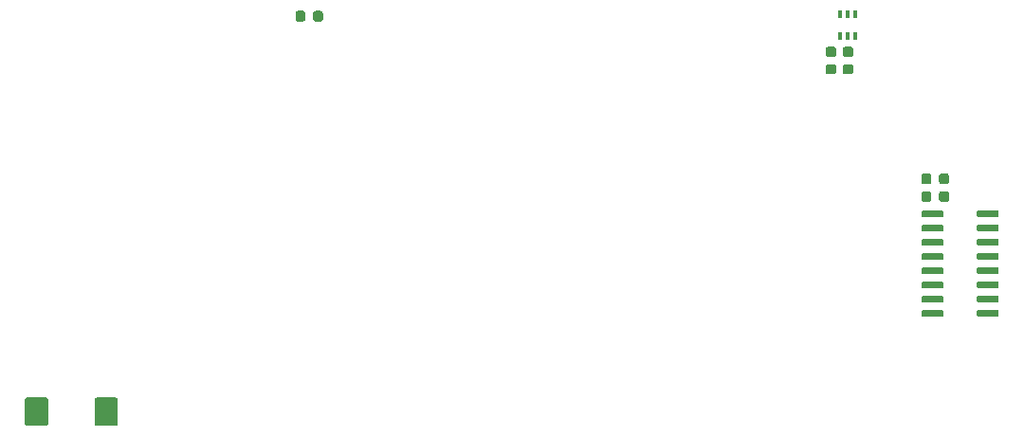
<source format=gbr>
%TF.GenerationSoftware,KiCad,Pcbnew,(5.1.2)-1*%
%TF.CreationDate,2020-09-11T17:40:03+02:00*%
%TF.ProjectId,ArduinoShield_SPIlinedriver_Sync_2V0,41726475-696e-46f5-9368-69656c645f53,3.1*%
%TF.SameCoordinates,Original*%
%TF.FileFunction,Paste,Bot*%
%TF.FilePolarity,Positive*%
%FSLAX46Y46*%
G04 Gerber Fmt 4.6, Leading zero omitted, Abs format (unit mm)*
G04 Created by KiCad (PCBNEW (5.1.2)-1) date 2020-09-11 17:40:03*
%MOMM*%
%LPD*%
G04 APERTURE LIST*
%ADD10C,0.100000*%
%ADD11C,0.600000*%
%ADD12C,0.875000*%
%ADD13R,0.400000X0.650000*%
%ADD14C,2.075000*%
G04 APERTURE END LIST*
D10*
G36*
X189118703Y-91013722D02*
G01*
X189133264Y-91015882D01*
X189147543Y-91019459D01*
X189161403Y-91024418D01*
X189174710Y-91030712D01*
X189187336Y-91038280D01*
X189199159Y-91047048D01*
X189210066Y-91056934D01*
X189219952Y-91067841D01*
X189228720Y-91079664D01*
X189236288Y-91092290D01*
X189242582Y-91105597D01*
X189247541Y-91119457D01*
X189251118Y-91133736D01*
X189253278Y-91148297D01*
X189254000Y-91163000D01*
X189254000Y-91463000D01*
X189253278Y-91477703D01*
X189251118Y-91492264D01*
X189247541Y-91506543D01*
X189242582Y-91520403D01*
X189236288Y-91533710D01*
X189228720Y-91546336D01*
X189219952Y-91558159D01*
X189210066Y-91569066D01*
X189199159Y-91578952D01*
X189187336Y-91587720D01*
X189174710Y-91595288D01*
X189161403Y-91601582D01*
X189147543Y-91606541D01*
X189133264Y-91610118D01*
X189118703Y-91612278D01*
X189104000Y-91613000D01*
X187454000Y-91613000D01*
X187439297Y-91612278D01*
X187424736Y-91610118D01*
X187410457Y-91606541D01*
X187396597Y-91601582D01*
X187383290Y-91595288D01*
X187370664Y-91587720D01*
X187358841Y-91578952D01*
X187347934Y-91569066D01*
X187338048Y-91558159D01*
X187329280Y-91546336D01*
X187321712Y-91533710D01*
X187315418Y-91520403D01*
X187310459Y-91506543D01*
X187306882Y-91492264D01*
X187304722Y-91477703D01*
X187304000Y-91463000D01*
X187304000Y-91163000D01*
X187304722Y-91148297D01*
X187306882Y-91133736D01*
X187310459Y-91119457D01*
X187315418Y-91105597D01*
X187321712Y-91092290D01*
X187329280Y-91079664D01*
X187338048Y-91067841D01*
X187347934Y-91056934D01*
X187358841Y-91047048D01*
X187370664Y-91038280D01*
X187383290Y-91030712D01*
X187396597Y-91024418D01*
X187410457Y-91019459D01*
X187424736Y-91015882D01*
X187439297Y-91013722D01*
X187454000Y-91013000D01*
X189104000Y-91013000D01*
X189118703Y-91013722D01*
X189118703Y-91013722D01*
G37*
D11*
X188279000Y-91313000D03*
D10*
G36*
X189118703Y-92283722D02*
G01*
X189133264Y-92285882D01*
X189147543Y-92289459D01*
X189161403Y-92294418D01*
X189174710Y-92300712D01*
X189187336Y-92308280D01*
X189199159Y-92317048D01*
X189210066Y-92326934D01*
X189219952Y-92337841D01*
X189228720Y-92349664D01*
X189236288Y-92362290D01*
X189242582Y-92375597D01*
X189247541Y-92389457D01*
X189251118Y-92403736D01*
X189253278Y-92418297D01*
X189254000Y-92433000D01*
X189254000Y-92733000D01*
X189253278Y-92747703D01*
X189251118Y-92762264D01*
X189247541Y-92776543D01*
X189242582Y-92790403D01*
X189236288Y-92803710D01*
X189228720Y-92816336D01*
X189219952Y-92828159D01*
X189210066Y-92839066D01*
X189199159Y-92848952D01*
X189187336Y-92857720D01*
X189174710Y-92865288D01*
X189161403Y-92871582D01*
X189147543Y-92876541D01*
X189133264Y-92880118D01*
X189118703Y-92882278D01*
X189104000Y-92883000D01*
X187454000Y-92883000D01*
X187439297Y-92882278D01*
X187424736Y-92880118D01*
X187410457Y-92876541D01*
X187396597Y-92871582D01*
X187383290Y-92865288D01*
X187370664Y-92857720D01*
X187358841Y-92848952D01*
X187347934Y-92839066D01*
X187338048Y-92828159D01*
X187329280Y-92816336D01*
X187321712Y-92803710D01*
X187315418Y-92790403D01*
X187310459Y-92776543D01*
X187306882Y-92762264D01*
X187304722Y-92747703D01*
X187304000Y-92733000D01*
X187304000Y-92433000D01*
X187304722Y-92418297D01*
X187306882Y-92403736D01*
X187310459Y-92389457D01*
X187315418Y-92375597D01*
X187321712Y-92362290D01*
X187329280Y-92349664D01*
X187338048Y-92337841D01*
X187347934Y-92326934D01*
X187358841Y-92317048D01*
X187370664Y-92308280D01*
X187383290Y-92300712D01*
X187396597Y-92294418D01*
X187410457Y-92289459D01*
X187424736Y-92285882D01*
X187439297Y-92283722D01*
X187454000Y-92283000D01*
X189104000Y-92283000D01*
X189118703Y-92283722D01*
X189118703Y-92283722D01*
G37*
D11*
X188279000Y-92583000D03*
D10*
G36*
X189118703Y-93553722D02*
G01*
X189133264Y-93555882D01*
X189147543Y-93559459D01*
X189161403Y-93564418D01*
X189174710Y-93570712D01*
X189187336Y-93578280D01*
X189199159Y-93587048D01*
X189210066Y-93596934D01*
X189219952Y-93607841D01*
X189228720Y-93619664D01*
X189236288Y-93632290D01*
X189242582Y-93645597D01*
X189247541Y-93659457D01*
X189251118Y-93673736D01*
X189253278Y-93688297D01*
X189254000Y-93703000D01*
X189254000Y-94003000D01*
X189253278Y-94017703D01*
X189251118Y-94032264D01*
X189247541Y-94046543D01*
X189242582Y-94060403D01*
X189236288Y-94073710D01*
X189228720Y-94086336D01*
X189219952Y-94098159D01*
X189210066Y-94109066D01*
X189199159Y-94118952D01*
X189187336Y-94127720D01*
X189174710Y-94135288D01*
X189161403Y-94141582D01*
X189147543Y-94146541D01*
X189133264Y-94150118D01*
X189118703Y-94152278D01*
X189104000Y-94153000D01*
X187454000Y-94153000D01*
X187439297Y-94152278D01*
X187424736Y-94150118D01*
X187410457Y-94146541D01*
X187396597Y-94141582D01*
X187383290Y-94135288D01*
X187370664Y-94127720D01*
X187358841Y-94118952D01*
X187347934Y-94109066D01*
X187338048Y-94098159D01*
X187329280Y-94086336D01*
X187321712Y-94073710D01*
X187315418Y-94060403D01*
X187310459Y-94046543D01*
X187306882Y-94032264D01*
X187304722Y-94017703D01*
X187304000Y-94003000D01*
X187304000Y-93703000D01*
X187304722Y-93688297D01*
X187306882Y-93673736D01*
X187310459Y-93659457D01*
X187315418Y-93645597D01*
X187321712Y-93632290D01*
X187329280Y-93619664D01*
X187338048Y-93607841D01*
X187347934Y-93596934D01*
X187358841Y-93587048D01*
X187370664Y-93578280D01*
X187383290Y-93570712D01*
X187396597Y-93564418D01*
X187410457Y-93559459D01*
X187424736Y-93555882D01*
X187439297Y-93553722D01*
X187454000Y-93553000D01*
X189104000Y-93553000D01*
X189118703Y-93553722D01*
X189118703Y-93553722D01*
G37*
D11*
X188279000Y-93853000D03*
D10*
G36*
X189118703Y-94823722D02*
G01*
X189133264Y-94825882D01*
X189147543Y-94829459D01*
X189161403Y-94834418D01*
X189174710Y-94840712D01*
X189187336Y-94848280D01*
X189199159Y-94857048D01*
X189210066Y-94866934D01*
X189219952Y-94877841D01*
X189228720Y-94889664D01*
X189236288Y-94902290D01*
X189242582Y-94915597D01*
X189247541Y-94929457D01*
X189251118Y-94943736D01*
X189253278Y-94958297D01*
X189254000Y-94973000D01*
X189254000Y-95273000D01*
X189253278Y-95287703D01*
X189251118Y-95302264D01*
X189247541Y-95316543D01*
X189242582Y-95330403D01*
X189236288Y-95343710D01*
X189228720Y-95356336D01*
X189219952Y-95368159D01*
X189210066Y-95379066D01*
X189199159Y-95388952D01*
X189187336Y-95397720D01*
X189174710Y-95405288D01*
X189161403Y-95411582D01*
X189147543Y-95416541D01*
X189133264Y-95420118D01*
X189118703Y-95422278D01*
X189104000Y-95423000D01*
X187454000Y-95423000D01*
X187439297Y-95422278D01*
X187424736Y-95420118D01*
X187410457Y-95416541D01*
X187396597Y-95411582D01*
X187383290Y-95405288D01*
X187370664Y-95397720D01*
X187358841Y-95388952D01*
X187347934Y-95379066D01*
X187338048Y-95368159D01*
X187329280Y-95356336D01*
X187321712Y-95343710D01*
X187315418Y-95330403D01*
X187310459Y-95316543D01*
X187306882Y-95302264D01*
X187304722Y-95287703D01*
X187304000Y-95273000D01*
X187304000Y-94973000D01*
X187304722Y-94958297D01*
X187306882Y-94943736D01*
X187310459Y-94929457D01*
X187315418Y-94915597D01*
X187321712Y-94902290D01*
X187329280Y-94889664D01*
X187338048Y-94877841D01*
X187347934Y-94866934D01*
X187358841Y-94857048D01*
X187370664Y-94848280D01*
X187383290Y-94840712D01*
X187396597Y-94834418D01*
X187410457Y-94829459D01*
X187424736Y-94825882D01*
X187439297Y-94823722D01*
X187454000Y-94823000D01*
X189104000Y-94823000D01*
X189118703Y-94823722D01*
X189118703Y-94823722D01*
G37*
D11*
X188279000Y-95123000D03*
D10*
G36*
X189118703Y-96093722D02*
G01*
X189133264Y-96095882D01*
X189147543Y-96099459D01*
X189161403Y-96104418D01*
X189174710Y-96110712D01*
X189187336Y-96118280D01*
X189199159Y-96127048D01*
X189210066Y-96136934D01*
X189219952Y-96147841D01*
X189228720Y-96159664D01*
X189236288Y-96172290D01*
X189242582Y-96185597D01*
X189247541Y-96199457D01*
X189251118Y-96213736D01*
X189253278Y-96228297D01*
X189254000Y-96243000D01*
X189254000Y-96543000D01*
X189253278Y-96557703D01*
X189251118Y-96572264D01*
X189247541Y-96586543D01*
X189242582Y-96600403D01*
X189236288Y-96613710D01*
X189228720Y-96626336D01*
X189219952Y-96638159D01*
X189210066Y-96649066D01*
X189199159Y-96658952D01*
X189187336Y-96667720D01*
X189174710Y-96675288D01*
X189161403Y-96681582D01*
X189147543Y-96686541D01*
X189133264Y-96690118D01*
X189118703Y-96692278D01*
X189104000Y-96693000D01*
X187454000Y-96693000D01*
X187439297Y-96692278D01*
X187424736Y-96690118D01*
X187410457Y-96686541D01*
X187396597Y-96681582D01*
X187383290Y-96675288D01*
X187370664Y-96667720D01*
X187358841Y-96658952D01*
X187347934Y-96649066D01*
X187338048Y-96638159D01*
X187329280Y-96626336D01*
X187321712Y-96613710D01*
X187315418Y-96600403D01*
X187310459Y-96586543D01*
X187306882Y-96572264D01*
X187304722Y-96557703D01*
X187304000Y-96543000D01*
X187304000Y-96243000D01*
X187304722Y-96228297D01*
X187306882Y-96213736D01*
X187310459Y-96199457D01*
X187315418Y-96185597D01*
X187321712Y-96172290D01*
X187329280Y-96159664D01*
X187338048Y-96147841D01*
X187347934Y-96136934D01*
X187358841Y-96127048D01*
X187370664Y-96118280D01*
X187383290Y-96110712D01*
X187396597Y-96104418D01*
X187410457Y-96099459D01*
X187424736Y-96095882D01*
X187439297Y-96093722D01*
X187454000Y-96093000D01*
X189104000Y-96093000D01*
X189118703Y-96093722D01*
X189118703Y-96093722D01*
G37*
D11*
X188279000Y-96393000D03*
D10*
G36*
X189118703Y-97363722D02*
G01*
X189133264Y-97365882D01*
X189147543Y-97369459D01*
X189161403Y-97374418D01*
X189174710Y-97380712D01*
X189187336Y-97388280D01*
X189199159Y-97397048D01*
X189210066Y-97406934D01*
X189219952Y-97417841D01*
X189228720Y-97429664D01*
X189236288Y-97442290D01*
X189242582Y-97455597D01*
X189247541Y-97469457D01*
X189251118Y-97483736D01*
X189253278Y-97498297D01*
X189254000Y-97513000D01*
X189254000Y-97813000D01*
X189253278Y-97827703D01*
X189251118Y-97842264D01*
X189247541Y-97856543D01*
X189242582Y-97870403D01*
X189236288Y-97883710D01*
X189228720Y-97896336D01*
X189219952Y-97908159D01*
X189210066Y-97919066D01*
X189199159Y-97928952D01*
X189187336Y-97937720D01*
X189174710Y-97945288D01*
X189161403Y-97951582D01*
X189147543Y-97956541D01*
X189133264Y-97960118D01*
X189118703Y-97962278D01*
X189104000Y-97963000D01*
X187454000Y-97963000D01*
X187439297Y-97962278D01*
X187424736Y-97960118D01*
X187410457Y-97956541D01*
X187396597Y-97951582D01*
X187383290Y-97945288D01*
X187370664Y-97937720D01*
X187358841Y-97928952D01*
X187347934Y-97919066D01*
X187338048Y-97908159D01*
X187329280Y-97896336D01*
X187321712Y-97883710D01*
X187315418Y-97870403D01*
X187310459Y-97856543D01*
X187306882Y-97842264D01*
X187304722Y-97827703D01*
X187304000Y-97813000D01*
X187304000Y-97513000D01*
X187304722Y-97498297D01*
X187306882Y-97483736D01*
X187310459Y-97469457D01*
X187315418Y-97455597D01*
X187321712Y-97442290D01*
X187329280Y-97429664D01*
X187338048Y-97417841D01*
X187347934Y-97406934D01*
X187358841Y-97397048D01*
X187370664Y-97388280D01*
X187383290Y-97380712D01*
X187396597Y-97374418D01*
X187410457Y-97369459D01*
X187424736Y-97365882D01*
X187439297Y-97363722D01*
X187454000Y-97363000D01*
X189104000Y-97363000D01*
X189118703Y-97363722D01*
X189118703Y-97363722D01*
G37*
D11*
X188279000Y-97663000D03*
D10*
G36*
X189118703Y-98633722D02*
G01*
X189133264Y-98635882D01*
X189147543Y-98639459D01*
X189161403Y-98644418D01*
X189174710Y-98650712D01*
X189187336Y-98658280D01*
X189199159Y-98667048D01*
X189210066Y-98676934D01*
X189219952Y-98687841D01*
X189228720Y-98699664D01*
X189236288Y-98712290D01*
X189242582Y-98725597D01*
X189247541Y-98739457D01*
X189251118Y-98753736D01*
X189253278Y-98768297D01*
X189254000Y-98783000D01*
X189254000Y-99083000D01*
X189253278Y-99097703D01*
X189251118Y-99112264D01*
X189247541Y-99126543D01*
X189242582Y-99140403D01*
X189236288Y-99153710D01*
X189228720Y-99166336D01*
X189219952Y-99178159D01*
X189210066Y-99189066D01*
X189199159Y-99198952D01*
X189187336Y-99207720D01*
X189174710Y-99215288D01*
X189161403Y-99221582D01*
X189147543Y-99226541D01*
X189133264Y-99230118D01*
X189118703Y-99232278D01*
X189104000Y-99233000D01*
X187454000Y-99233000D01*
X187439297Y-99232278D01*
X187424736Y-99230118D01*
X187410457Y-99226541D01*
X187396597Y-99221582D01*
X187383290Y-99215288D01*
X187370664Y-99207720D01*
X187358841Y-99198952D01*
X187347934Y-99189066D01*
X187338048Y-99178159D01*
X187329280Y-99166336D01*
X187321712Y-99153710D01*
X187315418Y-99140403D01*
X187310459Y-99126543D01*
X187306882Y-99112264D01*
X187304722Y-99097703D01*
X187304000Y-99083000D01*
X187304000Y-98783000D01*
X187304722Y-98768297D01*
X187306882Y-98753736D01*
X187310459Y-98739457D01*
X187315418Y-98725597D01*
X187321712Y-98712290D01*
X187329280Y-98699664D01*
X187338048Y-98687841D01*
X187347934Y-98676934D01*
X187358841Y-98667048D01*
X187370664Y-98658280D01*
X187383290Y-98650712D01*
X187396597Y-98644418D01*
X187410457Y-98639459D01*
X187424736Y-98635882D01*
X187439297Y-98633722D01*
X187454000Y-98633000D01*
X189104000Y-98633000D01*
X189118703Y-98633722D01*
X189118703Y-98633722D01*
G37*
D11*
X188279000Y-98933000D03*
D10*
G36*
X189118703Y-99903722D02*
G01*
X189133264Y-99905882D01*
X189147543Y-99909459D01*
X189161403Y-99914418D01*
X189174710Y-99920712D01*
X189187336Y-99928280D01*
X189199159Y-99937048D01*
X189210066Y-99946934D01*
X189219952Y-99957841D01*
X189228720Y-99969664D01*
X189236288Y-99982290D01*
X189242582Y-99995597D01*
X189247541Y-100009457D01*
X189251118Y-100023736D01*
X189253278Y-100038297D01*
X189254000Y-100053000D01*
X189254000Y-100353000D01*
X189253278Y-100367703D01*
X189251118Y-100382264D01*
X189247541Y-100396543D01*
X189242582Y-100410403D01*
X189236288Y-100423710D01*
X189228720Y-100436336D01*
X189219952Y-100448159D01*
X189210066Y-100459066D01*
X189199159Y-100468952D01*
X189187336Y-100477720D01*
X189174710Y-100485288D01*
X189161403Y-100491582D01*
X189147543Y-100496541D01*
X189133264Y-100500118D01*
X189118703Y-100502278D01*
X189104000Y-100503000D01*
X187454000Y-100503000D01*
X187439297Y-100502278D01*
X187424736Y-100500118D01*
X187410457Y-100496541D01*
X187396597Y-100491582D01*
X187383290Y-100485288D01*
X187370664Y-100477720D01*
X187358841Y-100468952D01*
X187347934Y-100459066D01*
X187338048Y-100448159D01*
X187329280Y-100436336D01*
X187321712Y-100423710D01*
X187315418Y-100410403D01*
X187310459Y-100396543D01*
X187306882Y-100382264D01*
X187304722Y-100367703D01*
X187304000Y-100353000D01*
X187304000Y-100053000D01*
X187304722Y-100038297D01*
X187306882Y-100023736D01*
X187310459Y-100009457D01*
X187315418Y-99995597D01*
X187321712Y-99982290D01*
X187329280Y-99969664D01*
X187338048Y-99957841D01*
X187347934Y-99946934D01*
X187358841Y-99937048D01*
X187370664Y-99928280D01*
X187383290Y-99920712D01*
X187396597Y-99914418D01*
X187410457Y-99909459D01*
X187424736Y-99905882D01*
X187439297Y-99903722D01*
X187454000Y-99903000D01*
X189104000Y-99903000D01*
X189118703Y-99903722D01*
X189118703Y-99903722D01*
G37*
D11*
X188279000Y-100203000D03*
D10*
G36*
X194068703Y-99903722D02*
G01*
X194083264Y-99905882D01*
X194097543Y-99909459D01*
X194111403Y-99914418D01*
X194124710Y-99920712D01*
X194137336Y-99928280D01*
X194149159Y-99937048D01*
X194160066Y-99946934D01*
X194169952Y-99957841D01*
X194178720Y-99969664D01*
X194186288Y-99982290D01*
X194192582Y-99995597D01*
X194197541Y-100009457D01*
X194201118Y-100023736D01*
X194203278Y-100038297D01*
X194204000Y-100053000D01*
X194204000Y-100353000D01*
X194203278Y-100367703D01*
X194201118Y-100382264D01*
X194197541Y-100396543D01*
X194192582Y-100410403D01*
X194186288Y-100423710D01*
X194178720Y-100436336D01*
X194169952Y-100448159D01*
X194160066Y-100459066D01*
X194149159Y-100468952D01*
X194137336Y-100477720D01*
X194124710Y-100485288D01*
X194111403Y-100491582D01*
X194097543Y-100496541D01*
X194083264Y-100500118D01*
X194068703Y-100502278D01*
X194054000Y-100503000D01*
X192404000Y-100503000D01*
X192389297Y-100502278D01*
X192374736Y-100500118D01*
X192360457Y-100496541D01*
X192346597Y-100491582D01*
X192333290Y-100485288D01*
X192320664Y-100477720D01*
X192308841Y-100468952D01*
X192297934Y-100459066D01*
X192288048Y-100448159D01*
X192279280Y-100436336D01*
X192271712Y-100423710D01*
X192265418Y-100410403D01*
X192260459Y-100396543D01*
X192256882Y-100382264D01*
X192254722Y-100367703D01*
X192254000Y-100353000D01*
X192254000Y-100053000D01*
X192254722Y-100038297D01*
X192256882Y-100023736D01*
X192260459Y-100009457D01*
X192265418Y-99995597D01*
X192271712Y-99982290D01*
X192279280Y-99969664D01*
X192288048Y-99957841D01*
X192297934Y-99946934D01*
X192308841Y-99937048D01*
X192320664Y-99928280D01*
X192333290Y-99920712D01*
X192346597Y-99914418D01*
X192360457Y-99909459D01*
X192374736Y-99905882D01*
X192389297Y-99903722D01*
X192404000Y-99903000D01*
X194054000Y-99903000D01*
X194068703Y-99903722D01*
X194068703Y-99903722D01*
G37*
D11*
X193229000Y-100203000D03*
D10*
G36*
X194068703Y-98633722D02*
G01*
X194083264Y-98635882D01*
X194097543Y-98639459D01*
X194111403Y-98644418D01*
X194124710Y-98650712D01*
X194137336Y-98658280D01*
X194149159Y-98667048D01*
X194160066Y-98676934D01*
X194169952Y-98687841D01*
X194178720Y-98699664D01*
X194186288Y-98712290D01*
X194192582Y-98725597D01*
X194197541Y-98739457D01*
X194201118Y-98753736D01*
X194203278Y-98768297D01*
X194204000Y-98783000D01*
X194204000Y-99083000D01*
X194203278Y-99097703D01*
X194201118Y-99112264D01*
X194197541Y-99126543D01*
X194192582Y-99140403D01*
X194186288Y-99153710D01*
X194178720Y-99166336D01*
X194169952Y-99178159D01*
X194160066Y-99189066D01*
X194149159Y-99198952D01*
X194137336Y-99207720D01*
X194124710Y-99215288D01*
X194111403Y-99221582D01*
X194097543Y-99226541D01*
X194083264Y-99230118D01*
X194068703Y-99232278D01*
X194054000Y-99233000D01*
X192404000Y-99233000D01*
X192389297Y-99232278D01*
X192374736Y-99230118D01*
X192360457Y-99226541D01*
X192346597Y-99221582D01*
X192333290Y-99215288D01*
X192320664Y-99207720D01*
X192308841Y-99198952D01*
X192297934Y-99189066D01*
X192288048Y-99178159D01*
X192279280Y-99166336D01*
X192271712Y-99153710D01*
X192265418Y-99140403D01*
X192260459Y-99126543D01*
X192256882Y-99112264D01*
X192254722Y-99097703D01*
X192254000Y-99083000D01*
X192254000Y-98783000D01*
X192254722Y-98768297D01*
X192256882Y-98753736D01*
X192260459Y-98739457D01*
X192265418Y-98725597D01*
X192271712Y-98712290D01*
X192279280Y-98699664D01*
X192288048Y-98687841D01*
X192297934Y-98676934D01*
X192308841Y-98667048D01*
X192320664Y-98658280D01*
X192333290Y-98650712D01*
X192346597Y-98644418D01*
X192360457Y-98639459D01*
X192374736Y-98635882D01*
X192389297Y-98633722D01*
X192404000Y-98633000D01*
X194054000Y-98633000D01*
X194068703Y-98633722D01*
X194068703Y-98633722D01*
G37*
D11*
X193229000Y-98933000D03*
D10*
G36*
X194068703Y-97363722D02*
G01*
X194083264Y-97365882D01*
X194097543Y-97369459D01*
X194111403Y-97374418D01*
X194124710Y-97380712D01*
X194137336Y-97388280D01*
X194149159Y-97397048D01*
X194160066Y-97406934D01*
X194169952Y-97417841D01*
X194178720Y-97429664D01*
X194186288Y-97442290D01*
X194192582Y-97455597D01*
X194197541Y-97469457D01*
X194201118Y-97483736D01*
X194203278Y-97498297D01*
X194204000Y-97513000D01*
X194204000Y-97813000D01*
X194203278Y-97827703D01*
X194201118Y-97842264D01*
X194197541Y-97856543D01*
X194192582Y-97870403D01*
X194186288Y-97883710D01*
X194178720Y-97896336D01*
X194169952Y-97908159D01*
X194160066Y-97919066D01*
X194149159Y-97928952D01*
X194137336Y-97937720D01*
X194124710Y-97945288D01*
X194111403Y-97951582D01*
X194097543Y-97956541D01*
X194083264Y-97960118D01*
X194068703Y-97962278D01*
X194054000Y-97963000D01*
X192404000Y-97963000D01*
X192389297Y-97962278D01*
X192374736Y-97960118D01*
X192360457Y-97956541D01*
X192346597Y-97951582D01*
X192333290Y-97945288D01*
X192320664Y-97937720D01*
X192308841Y-97928952D01*
X192297934Y-97919066D01*
X192288048Y-97908159D01*
X192279280Y-97896336D01*
X192271712Y-97883710D01*
X192265418Y-97870403D01*
X192260459Y-97856543D01*
X192256882Y-97842264D01*
X192254722Y-97827703D01*
X192254000Y-97813000D01*
X192254000Y-97513000D01*
X192254722Y-97498297D01*
X192256882Y-97483736D01*
X192260459Y-97469457D01*
X192265418Y-97455597D01*
X192271712Y-97442290D01*
X192279280Y-97429664D01*
X192288048Y-97417841D01*
X192297934Y-97406934D01*
X192308841Y-97397048D01*
X192320664Y-97388280D01*
X192333290Y-97380712D01*
X192346597Y-97374418D01*
X192360457Y-97369459D01*
X192374736Y-97365882D01*
X192389297Y-97363722D01*
X192404000Y-97363000D01*
X194054000Y-97363000D01*
X194068703Y-97363722D01*
X194068703Y-97363722D01*
G37*
D11*
X193229000Y-97663000D03*
D10*
G36*
X194068703Y-96093722D02*
G01*
X194083264Y-96095882D01*
X194097543Y-96099459D01*
X194111403Y-96104418D01*
X194124710Y-96110712D01*
X194137336Y-96118280D01*
X194149159Y-96127048D01*
X194160066Y-96136934D01*
X194169952Y-96147841D01*
X194178720Y-96159664D01*
X194186288Y-96172290D01*
X194192582Y-96185597D01*
X194197541Y-96199457D01*
X194201118Y-96213736D01*
X194203278Y-96228297D01*
X194204000Y-96243000D01*
X194204000Y-96543000D01*
X194203278Y-96557703D01*
X194201118Y-96572264D01*
X194197541Y-96586543D01*
X194192582Y-96600403D01*
X194186288Y-96613710D01*
X194178720Y-96626336D01*
X194169952Y-96638159D01*
X194160066Y-96649066D01*
X194149159Y-96658952D01*
X194137336Y-96667720D01*
X194124710Y-96675288D01*
X194111403Y-96681582D01*
X194097543Y-96686541D01*
X194083264Y-96690118D01*
X194068703Y-96692278D01*
X194054000Y-96693000D01*
X192404000Y-96693000D01*
X192389297Y-96692278D01*
X192374736Y-96690118D01*
X192360457Y-96686541D01*
X192346597Y-96681582D01*
X192333290Y-96675288D01*
X192320664Y-96667720D01*
X192308841Y-96658952D01*
X192297934Y-96649066D01*
X192288048Y-96638159D01*
X192279280Y-96626336D01*
X192271712Y-96613710D01*
X192265418Y-96600403D01*
X192260459Y-96586543D01*
X192256882Y-96572264D01*
X192254722Y-96557703D01*
X192254000Y-96543000D01*
X192254000Y-96243000D01*
X192254722Y-96228297D01*
X192256882Y-96213736D01*
X192260459Y-96199457D01*
X192265418Y-96185597D01*
X192271712Y-96172290D01*
X192279280Y-96159664D01*
X192288048Y-96147841D01*
X192297934Y-96136934D01*
X192308841Y-96127048D01*
X192320664Y-96118280D01*
X192333290Y-96110712D01*
X192346597Y-96104418D01*
X192360457Y-96099459D01*
X192374736Y-96095882D01*
X192389297Y-96093722D01*
X192404000Y-96093000D01*
X194054000Y-96093000D01*
X194068703Y-96093722D01*
X194068703Y-96093722D01*
G37*
D11*
X193229000Y-96393000D03*
D10*
G36*
X194068703Y-94823722D02*
G01*
X194083264Y-94825882D01*
X194097543Y-94829459D01*
X194111403Y-94834418D01*
X194124710Y-94840712D01*
X194137336Y-94848280D01*
X194149159Y-94857048D01*
X194160066Y-94866934D01*
X194169952Y-94877841D01*
X194178720Y-94889664D01*
X194186288Y-94902290D01*
X194192582Y-94915597D01*
X194197541Y-94929457D01*
X194201118Y-94943736D01*
X194203278Y-94958297D01*
X194204000Y-94973000D01*
X194204000Y-95273000D01*
X194203278Y-95287703D01*
X194201118Y-95302264D01*
X194197541Y-95316543D01*
X194192582Y-95330403D01*
X194186288Y-95343710D01*
X194178720Y-95356336D01*
X194169952Y-95368159D01*
X194160066Y-95379066D01*
X194149159Y-95388952D01*
X194137336Y-95397720D01*
X194124710Y-95405288D01*
X194111403Y-95411582D01*
X194097543Y-95416541D01*
X194083264Y-95420118D01*
X194068703Y-95422278D01*
X194054000Y-95423000D01*
X192404000Y-95423000D01*
X192389297Y-95422278D01*
X192374736Y-95420118D01*
X192360457Y-95416541D01*
X192346597Y-95411582D01*
X192333290Y-95405288D01*
X192320664Y-95397720D01*
X192308841Y-95388952D01*
X192297934Y-95379066D01*
X192288048Y-95368159D01*
X192279280Y-95356336D01*
X192271712Y-95343710D01*
X192265418Y-95330403D01*
X192260459Y-95316543D01*
X192256882Y-95302264D01*
X192254722Y-95287703D01*
X192254000Y-95273000D01*
X192254000Y-94973000D01*
X192254722Y-94958297D01*
X192256882Y-94943736D01*
X192260459Y-94929457D01*
X192265418Y-94915597D01*
X192271712Y-94902290D01*
X192279280Y-94889664D01*
X192288048Y-94877841D01*
X192297934Y-94866934D01*
X192308841Y-94857048D01*
X192320664Y-94848280D01*
X192333290Y-94840712D01*
X192346597Y-94834418D01*
X192360457Y-94829459D01*
X192374736Y-94825882D01*
X192389297Y-94823722D01*
X192404000Y-94823000D01*
X194054000Y-94823000D01*
X194068703Y-94823722D01*
X194068703Y-94823722D01*
G37*
D11*
X193229000Y-95123000D03*
D10*
G36*
X194068703Y-93553722D02*
G01*
X194083264Y-93555882D01*
X194097543Y-93559459D01*
X194111403Y-93564418D01*
X194124710Y-93570712D01*
X194137336Y-93578280D01*
X194149159Y-93587048D01*
X194160066Y-93596934D01*
X194169952Y-93607841D01*
X194178720Y-93619664D01*
X194186288Y-93632290D01*
X194192582Y-93645597D01*
X194197541Y-93659457D01*
X194201118Y-93673736D01*
X194203278Y-93688297D01*
X194204000Y-93703000D01*
X194204000Y-94003000D01*
X194203278Y-94017703D01*
X194201118Y-94032264D01*
X194197541Y-94046543D01*
X194192582Y-94060403D01*
X194186288Y-94073710D01*
X194178720Y-94086336D01*
X194169952Y-94098159D01*
X194160066Y-94109066D01*
X194149159Y-94118952D01*
X194137336Y-94127720D01*
X194124710Y-94135288D01*
X194111403Y-94141582D01*
X194097543Y-94146541D01*
X194083264Y-94150118D01*
X194068703Y-94152278D01*
X194054000Y-94153000D01*
X192404000Y-94153000D01*
X192389297Y-94152278D01*
X192374736Y-94150118D01*
X192360457Y-94146541D01*
X192346597Y-94141582D01*
X192333290Y-94135288D01*
X192320664Y-94127720D01*
X192308841Y-94118952D01*
X192297934Y-94109066D01*
X192288048Y-94098159D01*
X192279280Y-94086336D01*
X192271712Y-94073710D01*
X192265418Y-94060403D01*
X192260459Y-94046543D01*
X192256882Y-94032264D01*
X192254722Y-94017703D01*
X192254000Y-94003000D01*
X192254000Y-93703000D01*
X192254722Y-93688297D01*
X192256882Y-93673736D01*
X192260459Y-93659457D01*
X192265418Y-93645597D01*
X192271712Y-93632290D01*
X192279280Y-93619664D01*
X192288048Y-93607841D01*
X192297934Y-93596934D01*
X192308841Y-93587048D01*
X192320664Y-93578280D01*
X192333290Y-93570712D01*
X192346597Y-93564418D01*
X192360457Y-93559459D01*
X192374736Y-93555882D01*
X192389297Y-93553722D01*
X192404000Y-93553000D01*
X194054000Y-93553000D01*
X194068703Y-93553722D01*
X194068703Y-93553722D01*
G37*
D11*
X193229000Y-93853000D03*
D10*
G36*
X194068703Y-92283722D02*
G01*
X194083264Y-92285882D01*
X194097543Y-92289459D01*
X194111403Y-92294418D01*
X194124710Y-92300712D01*
X194137336Y-92308280D01*
X194149159Y-92317048D01*
X194160066Y-92326934D01*
X194169952Y-92337841D01*
X194178720Y-92349664D01*
X194186288Y-92362290D01*
X194192582Y-92375597D01*
X194197541Y-92389457D01*
X194201118Y-92403736D01*
X194203278Y-92418297D01*
X194204000Y-92433000D01*
X194204000Y-92733000D01*
X194203278Y-92747703D01*
X194201118Y-92762264D01*
X194197541Y-92776543D01*
X194192582Y-92790403D01*
X194186288Y-92803710D01*
X194178720Y-92816336D01*
X194169952Y-92828159D01*
X194160066Y-92839066D01*
X194149159Y-92848952D01*
X194137336Y-92857720D01*
X194124710Y-92865288D01*
X194111403Y-92871582D01*
X194097543Y-92876541D01*
X194083264Y-92880118D01*
X194068703Y-92882278D01*
X194054000Y-92883000D01*
X192404000Y-92883000D01*
X192389297Y-92882278D01*
X192374736Y-92880118D01*
X192360457Y-92876541D01*
X192346597Y-92871582D01*
X192333290Y-92865288D01*
X192320664Y-92857720D01*
X192308841Y-92848952D01*
X192297934Y-92839066D01*
X192288048Y-92828159D01*
X192279280Y-92816336D01*
X192271712Y-92803710D01*
X192265418Y-92790403D01*
X192260459Y-92776543D01*
X192256882Y-92762264D01*
X192254722Y-92747703D01*
X192254000Y-92733000D01*
X192254000Y-92433000D01*
X192254722Y-92418297D01*
X192256882Y-92403736D01*
X192260459Y-92389457D01*
X192265418Y-92375597D01*
X192271712Y-92362290D01*
X192279280Y-92349664D01*
X192288048Y-92337841D01*
X192297934Y-92326934D01*
X192308841Y-92317048D01*
X192320664Y-92308280D01*
X192333290Y-92300712D01*
X192346597Y-92294418D01*
X192360457Y-92289459D01*
X192374736Y-92285882D01*
X192389297Y-92283722D01*
X192404000Y-92283000D01*
X194054000Y-92283000D01*
X194068703Y-92283722D01*
X194068703Y-92283722D01*
G37*
D11*
X193229000Y-92583000D03*
D10*
G36*
X194068703Y-91013722D02*
G01*
X194083264Y-91015882D01*
X194097543Y-91019459D01*
X194111403Y-91024418D01*
X194124710Y-91030712D01*
X194137336Y-91038280D01*
X194149159Y-91047048D01*
X194160066Y-91056934D01*
X194169952Y-91067841D01*
X194178720Y-91079664D01*
X194186288Y-91092290D01*
X194192582Y-91105597D01*
X194197541Y-91119457D01*
X194201118Y-91133736D01*
X194203278Y-91148297D01*
X194204000Y-91163000D01*
X194204000Y-91463000D01*
X194203278Y-91477703D01*
X194201118Y-91492264D01*
X194197541Y-91506543D01*
X194192582Y-91520403D01*
X194186288Y-91533710D01*
X194178720Y-91546336D01*
X194169952Y-91558159D01*
X194160066Y-91569066D01*
X194149159Y-91578952D01*
X194137336Y-91587720D01*
X194124710Y-91595288D01*
X194111403Y-91601582D01*
X194097543Y-91606541D01*
X194083264Y-91610118D01*
X194068703Y-91612278D01*
X194054000Y-91613000D01*
X192404000Y-91613000D01*
X192389297Y-91612278D01*
X192374736Y-91610118D01*
X192360457Y-91606541D01*
X192346597Y-91601582D01*
X192333290Y-91595288D01*
X192320664Y-91587720D01*
X192308841Y-91578952D01*
X192297934Y-91569066D01*
X192288048Y-91558159D01*
X192279280Y-91546336D01*
X192271712Y-91533710D01*
X192265418Y-91520403D01*
X192260459Y-91506543D01*
X192256882Y-91492264D01*
X192254722Y-91477703D01*
X192254000Y-91463000D01*
X192254000Y-91163000D01*
X192254722Y-91148297D01*
X192256882Y-91133736D01*
X192260459Y-91119457D01*
X192265418Y-91105597D01*
X192271712Y-91092290D01*
X192279280Y-91079664D01*
X192288048Y-91067841D01*
X192297934Y-91056934D01*
X192308841Y-91047048D01*
X192320664Y-91038280D01*
X192333290Y-91030712D01*
X192346597Y-91024418D01*
X192360457Y-91019459D01*
X192374736Y-91015882D01*
X192389297Y-91013722D01*
X192404000Y-91013000D01*
X194054000Y-91013000D01*
X194068703Y-91013722D01*
X194068703Y-91013722D01*
G37*
D11*
X193229000Y-91313000D03*
D10*
G36*
X181024091Y-76398453D02*
G01*
X181045326Y-76401603D01*
X181066150Y-76406819D01*
X181086362Y-76414051D01*
X181105768Y-76423230D01*
X181124181Y-76434266D01*
X181141424Y-76447054D01*
X181157330Y-76461470D01*
X181171746Y-76477376D01*
X181184534Y-76494619D01*
X181195570Y-76513032D01*
X181204749Y-76532438D01*
X181211981Y-76552650D01*
X181217197Y-76573474D01*
X181220347Y-76594709D01*
X181221400Y-76616150D01*
X181221400Y-77053650D01*
X181220347Y-77075091D01*
X181217197Y-77096326D01*
X181211981Y-77117150D01*
X181204749Y-77137362D01*
X181195570Y-77156768D01*
X181184534Y-77175181D01*
X181171746Y-77192424D01*
X181157330Y-77208330D01*
X181141424Y-77222746D01*
X181124181Y-77235534D01*
X181105768Y-77246570D01*
X181086362Y-77255749D01*
X181066150Y-77262981D01*
X181045326Y-77268197D01*
X181024091Y-77271347D01*
X181002650Y-77272400D01*
X180490150Y-77272400D01*
X180468709Y-77271347D01*
X180447474Y-77268197D01*
X180426650Y-77262981D01*
X180406438Y-77255749D01*
X180387032Y-77246570D01*
X180368619Y-77235534D01*
X180351376Y-77222746D01*
X180335470Y-77208330D01*
X180321054Y-77192424D01*
X180308266Y-77175181D01*
X180297230Y-77156768D01*
X180288051Y-77137362D01*
X180280819Y-77117150D01*
X180275603Y-77096326D01*
X180272453Y-77075091D01*
X180271400Y-77053650D01*
X180271400Y-76616150D01*
X180272453Y-76594709D01*
X180275603Y-76573474D01*
X180280819Y-76552650D01*
X180288051Y-76532438D01*
X180297230Y-76513032D01*
X180308266Y-76494619D01*
X180321054Y-76477376D01*
X180335470Y-76461470D01*
X180351376Y-76447054D01*
X180368619Y-76434266D01*
X180387032Y-76423230D01*
X180406438Y-76414051D01*
X180426650Y-76406819D01*
X180447474Y-76401603D01*
X180468709Y-76398453D01*
X180490150Y-76397400D01*
X181002650Y-76397400D01*
X181024091Y-76398453D01*
X181024091Y-76398453D01*
G37*
D12*
X180746400Y-76834900D03*
D10*
G36*
X181024091Y-77973453D02*
G01*
X181045326Y-77976603D01*
X181066150Y-77981819D01*
X181086362Y-77989051D01*
X181105768Y-77998230D01*
X181124181Y-78009266D01*
X181141424Y-78022054D01*
X181157330Y-78036470D01*
X181171746Y-78052376D01*
X181184534Y-78069619D01*
X181195570Y-78088032D01*
X181204749Y-78107438D01*
X181211981Y-78127650D01*
X181217197Y-78148474D01*
X181220347Y-78169709D01*
X181221400Y-78191150D01*
X181221400Y-78628650D01*
X181220347Y-78650091D01*
X181217197Y-78671326D01*
X181211981Y-78692150D01*
X181204749Y-78712362D01*
X181195570Y-78731768D01*
X181184534Y-78750181D01*
X181171746Y-78767424D01*
X181157330Y-78783330D01*
X181141424Y-78797746D01*
X181124181Y-78810534D01*
X181105768Y-78821570D01*
X181086362Y-78830749D01*
X181066150Y-78837981D01*
X181045326Y-78843197D01*
X181024091Y-78846347D01*
X181002650Y-78847400D01*
X180490150Y-78847400D01*
X180468709Y-78846347D01*
X180447474Y-78843197D01*
X180426650Y-78837981D01*
X180406438Y-78830749D01*
X180387032Y-78821570D01*
X180368619Y-78810534D01*
X180351376Y-78797746D01*
X180335470Y-78783330D01*
X180321054Y-78767424D01*
X180308266Y-78750181D01*
X180297230Y-78731768D01*
X180288051Y-78712362D01*
X180280819Y-78692150D01*
X180275603Y-78671326D01*
X180272453Y-78650091D01*
X180271400Y-78628650D01*
X180271400Y-78191150D01*
X180272453Y-78169709D01*
X180275603Y-78148474D01*
X180280819Y-78127650D01*
X180288051Y-78107438D01*
X180297230Y-78088032D01*
X180308266Y-78069619D01*
X180321054Y-78052376D01*
X180335470Y-78036470D01*
X180351376Y-78022054D01*
X180368619Y-78009266D01*
X180387032Y-77998230D01*
X180406438Y-77989051D01*
X180426650Y-77981819D01*
X180447474Y-77976603D01*
X180468709Y-77973453D01*
X180490150Y-77972400D01*
X181002650Y-77972400D01*
X181024091Y-77973453D01*
X181024091Y-77973453D01*
G37*
D12*
X180746400Y-78409900D03*
D10*
G36*
X187971491Y-87714853D02*
G01*
X187992726Y-87718003D01*
X188013550Y-87723219D01*
X188033762Y-87730451D01*
X188053168Y-87739630D01*
X188071581Y-87750666D01*
X188088824Y-87763454D01*
X188104730Y-87777870D01*
X188119146Y-87793776D01*
X188131934Y-87811019D01*
X188142970Y-87829432D01*
X188152149Y-87848838D01*
X188159381Y-87869050D01*
X188164597Y-87889874D01*
X188167747Y-87911109D01*
X188168800Y-87932550D01*
X188168800Y-88445050D01*
X188167747Y-88466491D01*
X188164597Y-88487726D01*
X188159381Y-88508550D01*
X188152149Y-88528762D01*
X188142970Y-88548168D01*
X188131934Y-88566581D01*
X188119146Y-88583824D01*
X188104730Y-88599730D01*
X188088824Y-88614146D01*
X188071581Y-88626934D01*
X188053168Y-88637970D01*
X188033762Y-88647149D01*
X188013550Y-88654381D01*
X187992726Y-88659597D01*
X187971491Y-88662747D01*
X187950050Y-88663800D01*
X187512550Y-88663800D01*
X187491109Y-88662747D01*
X187469874Y-88659597D01*
X187449050Y-88654381D01*
X187428838Y-88647149D01*
X187409432Y-88637970D01*
X187391019Y-88626934D01*
X187373776Y-88614146D01*
X187357870Y-88599730D01*
X187343454Y-88583824D01*
X187330666Y-88566581D01*
X187319630Y-88548168D01*
X187310451Y-88528762D01*
X187303219Y-88508550D01*
X187298003Y-88487726D01*
X187294853Y-88466491D01*
X187293800Y-88445050D01*
X187293800Y-87932550D01*
X187294853Y-87911109D01*
X187298003Y-87889874D01*
X187303219Y-87869050D01*
X187310451Y-87848838D01*
X187319630Y-87829432D01*
X187330666Y-87811019D01*
X187343454Y-87793776D01*
X187357870Y-87777870D01*
X187373776Y-87763454D01*
X187391019Y-87750666D01*
X187409432Y-87739630D01*
X187428838Y-87730451D01*
X187449050Y-87723219D01*
X187469874Y-87718003D01*
X187491109Y-87714853D01*
X187512550Y-87713800D01*
X187950050Y-87713800D01*
X187971491Y-87714853D01*
X187971491Y-87714853D01*
G37*
D12*
X187731300Y-88188800D03*
D10*
G36*
X189546491Y-87714853D02*
G01*
X189567726Y-87718003D01*
X189588550Y-87723219D01*
X189608762Y-87730451D01*
X189628168Y-87739630D01*
X189646581Y-87750666D01*
X189663824Y-87763454D01*
X189679730Y-87777870D01*
X189694146Y-87793776D01*
X189706934Y-87811019D01*
X189717970Y-87829432D01*
X189727149Y-87848838D01*
X189734381Y-87869050D01*
X189739597Y-87889874D01*
X189742747Y-87911109D01*
X189743800Y-87932550D01*
X189743800Y-88445050D01*
X189742747Y-88466491D01*
X189739597Y-88487726D01*
X189734381Y-88508550D01*
X189727149Y-88528762D01*
X189717970Y-88548168D01*
X189706934Y-88566581D01*
X189694146Y-88583824D01*
X189679730Y-88599730D01*
X189663824Y-88614146D01*
X189646581Y-88626934D01*
X189628168Y-88637970D01*
X189608762Y-88647149D01*
X189588550Y-88654381D01*
X189567726Y-88659597D01*
X189546491Y-88662747D01*
X189525050Y-88663800D01*
X189087550Y-88663800D01*
X189066109Y-88662747D01*
X189044874Y-88659597D01*
X189024050Y-88654381D01*
X189003838Y-88647149D01*
X188984432Y-88637970D01*
X188966019Y-88626934D01*
X188948776Y-88614146D01*
X188932870Y-88599730D01*
X188918454Y-88583824D01*
X188905666Y-88566581D01*
X188894630Y-88548168D01*
X188885451Y-88528762D01*
X188878219Y-88508550D01*
X188873003Y-88487726D01*
X188869853Y-88466491D01*
X188868800Y-88445050D01*
X188868800Y-87932550D01*
X188869853Y-87911109D01*
X188873003Y-87889874D01*
X188878219Y-87869050D01*
X188885451Y-87848838D01*
X188894630Y-87829432D01*
X188905666Y-87811019D01*
X188918454Y-87793776D01*
X188932870Y-87777870D01*
X188948776Y-87763454D01*
X188966019Y-87750666D01*
X188984432Y-87739630D01*
X189003838Y-87730451D01*
X189024050Y-87723219D01*
X189044874Y-87718003D01*
X189066109Y-87714853D01*
X189087550Y-87713800D01*
X189525050Y-87713800D01*
X189546491Y-87714853D01*
X189546491Y-87714853D01*
G37*
D12*
X189306300Y-88188800D03*
D10*
G36*
X179500091Y-76398453D02*
G01*
X179521326Y-76401603D01*
X179542150Y-76406819D01*
X179562362Y-76414051D01*
X179581768Y-76423230D01*
X179600181Y-76434266D01*
X179617424Y-76447054D01*
X179633330Y-76461470D01*
X179647746Y-76477376D01*
X179660534Y-76494619D01*
X179671570Y-76513032D01*
X179680749Y-76532438D01*
X179687981Y-76552650D01*
X179693197Y-76573474D01*
X179696347Y-76594709D01*
X179697400Y-76616150D01*
X179697400Y-77053650D01*
X179696347Y-77075091D01*
X179693197Y-77096326D01*
X179687981Y-77117150D01*
X179680749Y-77137362D01*
X179671570Y-77156768D01*
X179660534Y-77175181D01*
X179647746Y-77192424D01*
X179633330Y-77208330D01*
X179617424Y-77222746D01*
X179600181Y-77235534D01*
X179581768Y-77246570D01*
X179562362Y-77255749D01*
X179542150Y-77262981D01*
X179521326Y-77268197D01*
X179500091Y-77271347D01*
X179478650Y-77272400D01*
X178966150Y-77272400D01*
X178944709Y-77271347D01*
X178923474Y-77268197D01*
X178902650Y-77262981D01*
X178882438Y-77255749D01*
X178863032Y-77246570D01*
X178844619Y-77235534D01*
X178827376Y-77222746D01*
X178811470Y-77208330D01*
X178797054Y-77192424D01*
X178784266Y-77175181D01*
X178773230Y-77156768D01*
X178764051Y-77137362D01*
X178756819Y-77117150D01*
X178751603Y-77096326D01*
X178748453Y-77075091D01*
X178747400Y-77053650D01*
X178747400Y-76616150D01*
X178748453Y-76594709D01*
X178751603Y-76573474D01*
X178756819Y-76552650D01*
X178764051Y-76532438D01*
X178773230Y-76513032D01*
X178784266Y-76494619D01*
X178797054Y-76477376D01*
X178811470Y-76461470D01*
X178827376Y-76447054D01*
X178844619Y-76434266D01*
X178863032Y-76423230D01*
X178882438Y-76414051D01*
X178902650Y-76406819D01*
X178923474Y-76401603D01*
X178944709Y-76398453D01*
X178966150Y-76397400D01*
X179478650Y-76397400D01*
X179500091Y-76398453D01*
X179500091Y-76398453D01*
G37*
D12*
X179222400Y-76834900D03*
D10*
G36*
X179500091Y-77973453D02*
G01*
X179521326Y-77976603D01*
X179542150Y-77981819D01*
X179562362Y-77989051D01*
X179581768Y-77998230D01*
X179600181Y-78009266D01*
X179617424Y-78022054D01*
X179633330Y-78036470D01*
X179647746Y-78052376D01*
X179660534Y-78069619D01*
X179671570Y-78088032D01*
X179680749Y-78107438D01*
X179687981Y-78127650D01*
X179693197Y-78148474D01*
X179696347Y-78169709D01*
X179697400Y-78191150D01*
X179697400Y-78628650D01*
X179696347Y-78650091D01*
X179693197Y-78671326D01*
X179687981Y-78692150D01*
X179680749Y-78712362D01*
X179671570Y-78731768D01*
X179660534Y-78750181D01*
X179647746Y-78767424D01*
X179633330Y-78783330D01*
X179617424Y-78797746D01*
X179600181Y-78810534D01*
X179581768Y-78821570D01*
X179562362Y-78830749D01*
X179542150Y-78837981D01*
X179521326Y-78843197D01*
X179500091Y-78846347D01*
X179478650Y-78847400D01*
X178966150Y-78847400D01*
X178944709Y-78846347D01*
X178923474Y-78843197D01*
X178902650Y-78837981D01*
X178882438Y-78830749D01*
X178863032Y-78821570D01*
X178844619Y-78810534D01*
X178827376Y-78797746D01*
X178811470Y-78783330D01*
X178797054Y-78767424D01*
X178784266Y-78750181D01*
X178773230Y-78731768D01*
X178764051Y-78712362D01*
X178756819Y-78692150D01*
X178751603Y-78671326D01*
X178748453Y-78650091D01*
X178747400Y-78628650D01*
X178747400Y-78191150D01*
X178748453Y-78169709D01*
X178751603Y-78148474D01*
X178756819Y-78127650D01*
X178764051Y-78107438D01*
X178773230Y-78088032D01*
X178784266Y-78069619D01*
X178797054Y-78052376D01*
X178811470Y-78036470D01*
X178827376Y-78022054D01*
X178844619Y-78009266D01*
X178863032Y-77998230D01*
X178882438Y-77989051D01*
X178902650Y-77981819D01*
X178923474Y-77976603D01*
X178944709Y-77973453D01*
X178966150Y-77972400D01*
X179478650Y-77972400D01*
X179500091Y-77973453D01*
X179500091Y-77973453D01*
G37*
D12*
X179222400Y-78409900D03*
D10*
G36*
X187971491Y-89289653D02*
G01*
X187992726Y-89292803D01*
X188013550Y-89298019D01*
X188033762Y-89305251D01*
X188053168Y-89314430D01*
X188071581Y-89325466D01*
X188088824Y-89338254D01*
X188104730Y-89352670D01*
X188119146Y-89368576D01*
X188131934Y-89385819D01*
X188142970Y-89404232D01*
X188152149Y-89423638D01*
X188159381Y-89443850D01*
X188164597Y-89464674D01*
X188167747Y-89485909D01*
X188168800Y-89507350D01*
X188168800Y-90019850D01*
X188167747Y-90041291D01*
X188164597Y-90062526D01*
X188159381Y-90083350D01*
X188152149Y-90103562D01*
X188142970Y-90122968D01*
X188131934Y-90141381D01*
X188119146Y-90158624D01*
X188104730Y-90174530D01*
X188088824Y-90188946D01*
X188071581Y-90201734D01*
X188053168Y-90212770D01*
X188033762Y-90221949D01*
X188013550Y-90229181D01*
X187992726Y-90234397D01*
X187971491Y-90237547D01*
X187950050Y-90238600D01*
X187512550Y-90238600D01*
X187491109Y-90237547D01*
X187469874Y-90234397D01*
X187449050Y-90229181D01*
X187428838Y-90221949D01*
X187409432Y-90212770D01*
X187391019Y-90201734D01*
X187373776Y-90188946D01*
X187357870Y-90174530D01*
X187343454Y-90158624D01*
X187330666Y-90141381D01*
X187319630Y-90122968D01*
X187310451Y-90103562D01*
X187303219Y-90083350D01*
X187298003Y-90062526D01*
X187294853Y-90041291D01*
X187293800Y-90019850D01*
X187293800Y-89507350D01*
X187294853Y-89485909D01*
X187298003Y-89464674D01*
X187303219Y-89443850D01*
X187310451Y-89423638D01*
X187319630Y-89404232D01*
X187330666Y-89385819D01*
X187343454Y-89368576D01*
X187357870Y-89352670D01*
X187373776Y-89338254D01*
X187391019Y-89325466D01*
X187409432Y-89314430D01*
X187428838Y-89305251D01*
X187449050Y-89298019D01*
X187469874Y-89292803D01*
X187491109Y-89289653D01*
X187512550Y-89288600D01*
X187950050Y-89288600D01*
X187971491Y-89289653D01*
X187971491Y-89289653D01*
G37*
D12*
X187731300Y-89763600D03*
D10*
G36*
X189546491Y-89289653D02*
G01*
X189567726Y-89292803D01*
X189588550Y-89298019D01*
X189608762Y-89305251D01*
X189628168Y-89314430D01*
X189646581Y-89325466D01*
X189663824Y-89338254D01*
X189679730Y-89352670D01*
X189694146Y-89368576D01*
X189706934Y-89385819D01*
X189717970Y-89404232D01*
X189727149Y-89423638D01*
X189734381Y-89443850D01*
X189739597Y-89464674D01*
X189742747Y-89485909D01*
X189743800Y-89507350D01*
X189743800Y-90019850D01*
X189742747Y-90041291D01*
X189739597Y-90062526D01*
X189734381Y-90083350D01*
X189727149Y-90103562D01*
X189717970Y-90122968D01*
X189706934Y-90141381D01*
X189694146Y-90158624D01*
X189679730Y-90174530D01*
X189663824Y-90188946D01*
X189646581Y-90201734D01*
X189628168Y-90212770D01*
X189608762Y-90221949D01*
X189588550Y-90229181D01*
X189567726Y-90234397D01*
X189546491Y-90237547D01*
X189525050Y-90238600D01*
X189087550Y-90238600D01*
X189066109Y-90237547D01*
X189044874Y-90234397D01*
X189024050Y-90229181D01*
X189003838Y-90221949D01*
X188984432Y-90212770D01*
X188966019Y-90201734D01*
X188948776Y-90188946D01*
X188932870Y-90174530D01*
X188918454Y-90158624D01*
X188905666Y-90141381D01*
X188894630Y-90122968D01*
X188885451Y-90103562D01*
X188878219Y-90083350D01*
X188873003Y-90062526D01*
X188869853Y-90041291D01*
X188868800Y-90019850D01*
X188868800Y-89507350D01*
X188869853Y-89485909D01*
X188873003Y-89464674D01*
X188878219Y-89443850D01*
X188885451Y-89423638D01*
X188894630Y-89404232D01*
X188905666Y-89385819D01*
X188918454Y-89368576D01*
X188932870Y-89352670D01*
X188948776Y-89338254D01*
X188966019Y-89325466D01*
X188984432Y-89314430D01*
X189003838Y-89305251D01*
X189024050Y-89298019D01*
X189044874Y-89292803D01*
X189066109Y-89289653D01*
X189087550Y-89288600D01*
X189525050Y-89288600D01*
X189546491Y-89289653D01*
X189546491Y-89289653D01*
G37*
D12*
X189306300Y-89763600D03*
D13*
X180048201Y-73507401D03*
X181348201Y-73507401D03*
X180698201Y-75407401D03*
X180698201Y-73507401D03*
X181348201Y-75407401D03*
X180048201Y-75407401D03*
D10*
G36*
X115316204Y-107717604D02*
G01*
X115340473Y-107721204D01*
X115364271Y-107727165D01*
X115387371Y-107735430D01*
X115409549Y-107745920D01*
X115430593Y-107758533D01*
X115450298Y-107773147D01*
X115468477Y-107789623D01*
X115484953Y-107807802D01*
X115499567Y-107827507D01*
X115512180Y-107848551D01*
X115522670Y-107870729D01*
X115530935Y-107893829D01*
X115536896Y-107917627D01*
X115540496Y-107941896D01*
X115541700Y-107966400D01*
X115541700Y-110016400D01*
X115540496Y-110040904D01*
X115536896Y-110065173D01*
X115530935Y-110088971D01*
X115522670Y-110112071D01*
X115512180Y-110134249D01*
X115499567Y-110155293D01*
X115484953Y-110174998D01*
X115468477Y-110193177D01*
X115450298Y-110209653D01*
X115430593Y-110224267D01*
X115409549Y-110236880D01*
X115387371Y-110247370D01*
X115364271Y-110255635D01*
X115340473Y-110261596D01*
X115316204Y-110265196D01*
X115291700Y-110266400D01*
X113716700Y-110266400D01*
X113692196Y-110265196D01*
X113667927Y-110261596D01*
X113644129Y-110255635D01*
X113621029Y-110247370D01*
X113598851Y-110236880D01*
X113577807Y-110224267D01*
X113558102Y-110209653D01*
X113539923Y-110193177D01*
X113523447Y-110174998D01*
X113508833Y-110155293D01*
X113496220Y-110134249D01*
X113485730Y-110112071D01*
X113477465Y-110088971D01*
X113471504Y-110065173D01*
X113467904Y-110040904D01*
X113466700Y-110016400D01*
X113466700Y-107966400D01*
X113467904Y-107941896D01*
X113471504Y-107917627D01*
X113477465Y-107893829D01*
X113485730Y-107870729D01*
X113496220Y-107848551D01*
X113508833Y-107827507D01*
X113523447Y-107807802D01*
X113539923Y-107789623D01*
X113558102Y-107773147D01*
X113577807Y-107758533D01*
X113598851Y-107745920D01*
X113621029Y-107735430D01*
X113644129Y-107727165D01*
X113667927Y-107721204D01*
X113692196Y-107717604D01*
X113716700Y-107716400D01*
X115291700Y-107716400D01*
X115316204Y-107717604D01*
X115316204Y-107717604D01*
G37*
D14*
X114504200Y-108991400D03*
D10*
G36*
X109091204Y-107717604D02*
G01*
X109115473Y-107721204D01*
X109139271Y-107727165D01*
X109162371Y-107735430D01*
X109184549Y-107745920D01*
X109205593Y-107758533D01*
X109225298Y-107773147D01*
X109243477Y-107789623D01*
X109259953Y-107807802D01*
X109274567Y-107827507D01*
X109287180Y-107848551D01*
X109297670Y-107870729D01*
X109305935Y-107893829D01*
X109311896Y-107917627D01*
X109315496Y-107941896D01*
X109316700Y-107966400D01*
X109316700Y-110016400D01*
X109315496Y-110040904D01*
X109311896Y-110065173D01*
X109305935Y-110088971D01*
X109297670Y-110112071D01*
X109287180Y-110134249D01*
X109274567Y-110155293D01*
X109259953Y-110174998D01*
X109243477Y-110193177D01*
X109225298Y-110209653D01*
X109205593Y-110224267D01*
X109184549Y-110236880D01*
X109162371Y-110247370D01*
X109139271Y-110255635D01*
X109115473Y-110261596D01*
X109091204Y-110265196D01*
X109066700Y-110266400D01*
X107491700Y-110266400D01*
X107467196Y-110265196D01*
X107442927Y-110261596D01*
X107419129Y-110255635D01*
X107396029Y-110247370D01*
X107373851Y-110236880D01*
X107352807Y-110224267D01*
X107333102Y-110209653D01*
X107314923Y-110193177D01*
X107298447Y-110174998D01*
X107283833Y-110155293D01*
X107271220Y-110134249D01*
X107260730Y-110112071D01*
X107252465Y-110088971D01*
X107246504Y-110065173D01*
X107242904Y-110040904D01*
X107241700Y-110016400D01*
X107241700Y-107966400D01*
X107242904Y-107941896D01*
X107246504Y-107917627D01*
X107252465Y-107893829D01*
X107260730Y-107870729D01*
X107271220Y-107848551D01*
X107283833Y-107827507D01*
X107298447Y-107807802D01*
X107314923Y-107789623D01*
X107333102Y-107773147D01*
X107352807Y-107758533D01*
X107373851Y-107745920D01*
X107396029Y-107735430D01*
X107419129Y-107727165D01*
X107442927Y-107721204D01*
X107467196Y-107717604D01*
X107491700Y-107716400D01*
X109066700Y-107716400D01*
X109091204Y-107717604D01*
X109091204Y-107717604D01*
G37*
D14*
X108279200Y-108991400D03*
D10*
G36*
X132078691Y-73186053D02*
G01*
X132099926Y-73189203D01*
X132120750Y-73194419D01*
X132140962Y-73201651D01*
X132160368Y-73210830D01*
X132178781Y-73221866D01*
X132196024Y-73234654D01*
X132211930Y-73249070D01*
X132226346Y-73264976D01*
X132239134Y-73282219D01*
X132250170Y-73300632D01*
X132259349Y-73320038D01*
X132266581Y-73340250D01*
X132271797Y-73361074D01*
X132274947Y-73382309D01*
X132276000Y-73403750D01*
X132276000Y-73916250D01*
X132274947Y-73937691D01*
X132271797Y-73958926D01*
X132266581Y-73979750D01*
X132259349Y-73999962D01*
X132250170Y-74019368D01*
X132239134Y-74037781D01*
X132226346Y-74055024D01*
X132211930Y-74070930D01*
X132196024Y-74085346D01*
X132178781Y-74098134D01*
X132160368Y-74109170D01*
X132140962Y-74118349D01*
X132120750Y-74125581D01*
X132099926Y-74130797D01*
X132078691Y-74133947D01*
X132057250Y-74135000D01*
X131619750Y-74135000D01*
X131598309Y-74133947D01*
X131577074Y-74130797D01*
X131556250Y-74125581D01*
X131536038Y-74118349D01*
X131516632Y-74109170D01*
X131498219Y-74098134D01*
X131480976Y-74085346D01*
X131465070Y-74070930D01*
X131450654Y-74055024D01*
X131437866Y-74037781D01*
X131426830Y-74019368D01*
X131417651Y-73999962D01*
X131410419Y-73979750D01*
X131405203Y-73958926D01*
X131402053Y-73937691D01*
X131401000Y-73916250D01*
X131401000Y-73403750D01*
X131402053Y-73382309D01*
X131405203Y-73361074D01*
X131410419Y-73340250D01*
X131417651Y-73320038D01*
X131426830Y-73300632D01*
X131437866Y-73282219D01*
X131450654Y-73264976D01*
X131465070Y-73249070D01*
X131480976Y-73234654D01*
X131498219Y-73221866D01*
X131516632Y-73210830D01*
X131536038Y-73201651D01*
X131556250Y-73194419D01*
X131577074Y-73189203D01*
X131598309Y-73186053D01*
X131619750Y-73185000D01*
X132057250Y-73185000D01*
X132078691Y-73186053D01*
X132078691Y-73186053D01*
G37*
D12*
X131838500Y-73660000D03*
D10*
G36*
X133653691Y-73186053D02*
G01*
X133674926Y-73189203D01*
X133695750Y-73194419D01*
X133715962Y-73201651D01*
X133735368Y-73210830D01*
X133753781Y-73221866D01*
X133771024Y-73234654D01*
X133786930Y-73249070D01*
X133801346Y-73264976D01*
X133814134Y-73282219D01*
X133825170Y-73300632D01*
X133834349Y-73320038D01*
X133841581Y-73340250D01*
X133846797Y-73361074D01*
X133849947Y-73382309D01*
X133851000Y-73403750D01*
X133851000Y-73916250D01*
X133849947Y-73937691D01*
X133846797Y-73958926D01*
X133841581Y-73979750D01*
X133834349Y-73999962D01*
X133825170Y-74019368D01*
X133814134Y-74037781D01*
X133801346Y-74055024D01*
X133786930Y-74070930D01*
X133771024Y-74085346D01*
X133753781Y-74098134D01*
X133735368Y-74109170D01*
X133715962Y-74118349D01*
X133695750Y-74125581D01*
X133674926Y-74130797D01*
X133653691Y-74133947D01*
X133632250Y-74135000D01*
X133194750Y-74135000D01*
X133173309Y-74133947D01*
X133152074Y-74130797D01*
X133131250Y-74125581D01*
X133111038Y-74118349D01*
X133091632Y-74109170D01*
X133073219Y-74098134D01*
X133055976Y-74085346D01*
X133040070Y-74070930D01*
X133025654Y-74055024D01*
X133012866Y-74037781D01*
X133001830Y-74019368D01*
X132992651Y-73999962D01*
X132985419Y-73979750D01*
X132980203Y-73958926D01*
X132977053Y-73937691D01*
X132976000Y-73916250D01*
X132976000Y-73403750D01*
X132977053Y-73382309D01*
X132980203Y-73361074D01*
X132985419Y-73340250D01*
X132992651Y-73320038D01*
X133001830Y-73300632D01*
X133012866Y-73282219D01*
X133025654Y-73264976D01*
X133040070Y-73249070D01*
X133055976Y-73234654D01*
X133073219Y-73221866D01*
X133091632Y-73210830D01*
X133111038Y-73201651D01*
X133131250Y-73194419D01*
X133152074Y-73189203D01*
X133173309Y-73186053D01*
X133194750Y-73185000D01*
X133632250Y-73185000D01*
X133653691Y-73186053D01*
X133653691Y-73186053D01*
G37*
D12*
X133413500Y-73660000D03*
M02*

</source>
